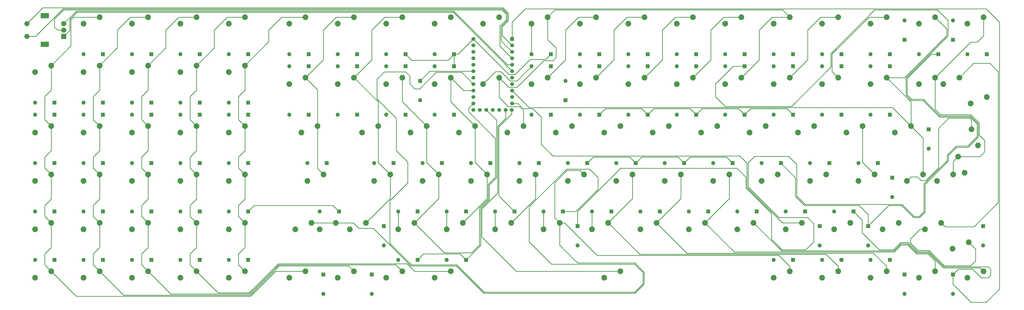
<source format=gbl>
G04 #@! TF.GenerationSoftware,KiCad,Pcbnew,(6.0.5)*
G04 #@! TF.CreationDate,2023-06-30T16:23:22+09:00*
G04 #@! TF.ProjectId,Varanidae,56617261-6e69-4646-9165-2e6b69636164,rev?*
G04 #@! TF.SameCoordinates,Original*
G04 #@! TF.FileFunction,Copper,L2,Bot*
G04 #@! TF.FilePolarity,Positive*
%FSLAX46Y46*%
G04 Gerber Fmt 4.6, Leading zero omitted, Abs format (unit mm)*
G04 Created by KiCad (PCBNEW (6.0.5)) date 2023-06-30 16:23:22*
%MOMM*%
%LPD*%
G01*
G04 APERTURE LIST*
G04 #@! TA.AperFunction,ComponentPad*
%ADD10R,1.600000X1.600000*%
G04 #@! TD*
G04 #@! TA.AperFunction,ComponentPad*
%ADD11O,1.600000X1.600000*%
G04 #@! TD*
G04 #@! TA.AperFunction,ComponentPad*
%ADD12R,2.000000X2.000000*%
G04 #@! TD*
G04 #@! TA.AperFunction,ComponentPad*
%ADD13C,2.000000*%
G04 #@! TD*
G04 #@! TA.AperFunction,ComponentPad*
%ADD14R,3.200000X2.000000*%
G04 #@! TD*
G04 #@! TA.AperFunction,ComponentPad*
%ADD15C,2.250000*%
G04 #@! TD*
G04 #@! TA.AperFunction,ComponentPad*
%ADD16R,1.525000X1.525000*%
G04 #@! TD*
G04 #@! TA.AperFunction,ComponentPad*
%ADD17C,1.525000*%
G04 #@! TD*
G04 #@! TA.AperFunction,Conductor*
%ADD18C,0.250000*%
G04 #@! TD*
G04 APERTURE END LIST*
D10*
X130466500Y-131831500D03*
D11*
X122846500Y-131831500D03*
D10*
X301916500Y-108019000D03*
D11*
X294296500Y-108019000D03*
D10*
X211429000Y-169931500D03*
D11*
X203809000Y-169931500D03*
D10*
X106654000Y-150881500D03*
D11*
X99034000Y-150881500D03*
D10*
X106654000Y-127069000D03*
D11*
X99034000Y-127069000D03*
D10*
X374306500Y-137546500D03*
D11*
X374306500Y-145166500D03*
D10*
X320966500Y-112781500D03*
D11*
X313346500Y-112781500D03*
D10*
X187616500Y-108019000D03*
D11*
X179996500Y-108019000D03*
D10*
X383831500Y-194696500D03*
D11*
X383831500Y-202316500D03*
D10*
X192379000Y-188981500D03*
D11*
X184759000Y-188981500D03*
D10*
X68554000Y-127069000D03*
D11*
X60934000Y-127069000D03*
D10*
X68554000Y-108019000D03*
D11*
X60934000Y-108019000D03*
D10*
X149516500Y-131831500D03*
D11*
X141896500Y-131831500D03*
D10*
X163804000Y-150881500D03*
D11*
X156184000Y-150881500D03*
D10*
X378116500Y-108019000D03*
D11*
X370496500Y-108019000D03*
D10*
X130466500Y-112781500D03*
D11*
X122846500Y-112781500D03*
D10*
X359066500Y-188981500D03*
D11*
X351446500Y-188981500D03*
D10*
X360019000Y-156596500D03*
D11*
X360019000Y-164216500D03*
D10*
X49504000Y-108019000D03*
D11*
X41884000Y-108019000D03*
D10*
X187616500Y-131831500D03*
D11*
X179996500Y-131831500D03*
D10*
X225716500Y-131831500D03*
D11*
X218096500Y-131831500D03*
D10*
X268579000Y-169931500D03*
D11*
X260959000Y-169931500D03*
D10*
X287629000Y-169931500D03*
D11*
X280009000Y-169931500D03*
D10*
X87604000Y-188981500D03*
D11*
X79984000Y-188981500D03*
D10*
X297154000Y-150881500D03*
D11*
X289534000Y-150881500D03*
D10*
X49504000Y-169931500D03*
D11*
X41884000Y-169931500D03*
D10*
X173329000Y-188981500D03*
D11*
X165709000Y-188981500D03*
D10*
X159994000Y-175646500D03*
D11*
X159994000Y-183266500D03*
D10*
X68554000Y-169931500D03*
D11*
X60934000Y-169931500D03*
D10*
X344779000Y-169931500D03*
D11*
X337159000Y-169931500D03*
D12*
X34144000Y-100994000D03*
D13*
X34144000Y-95994000D03*
X34144000Y-98494000D03*
D14*
X26644000Y-104094000D03*
X26644000Y-92894000D03*
D13*
X19644000Y-95994000D03*
X19644000Y-100994000D03*
D10*
X301916500Y-112781500D03*
D11*
X294296500Y-112781500D03*
D10*
X320966500Y-108019000D03*
D11*
X313346500Y-108019000D03*
D10*
X316204000Y-150881500D03*
D11*
X308584000Y-150881500D03*
D10*
X259054000Y-150881500D03*
D11*
X251434000Y-150881500D03*
D10*
X340016500Y-188981500D03*
D11*
X332396500Y-188981500D03*
D10*
X282866500Y-112781500D03*
D11*
X275246500Y-112781500D03*
D10*
X168566500Y-108019000D03*
D11*
X160946500Y-108019000D03*
D10*
X87604000Y-108019000D03*
D11*
X79984000Y-108019000D03*
D10*
X359066500Y-131831500D03*
D11*
X351446500Y-131831500D03*
D10*
X249529000Y-169931500D03*
D11*
X241909000Y-169931500D03*
D10*
X106654000Y-169931500D03*
D11*
X99034000Y-169931500D03*
D10*
X130466500Y-108019000D03*
D11*
X122846500Y-108019000D03*
D10*
X331444000Y-175646500D03*
D11*
X331444000Y-183266500D03*
D10*
X364781500Y-194696500D03*
D11*
X364781500Y-202316500D03*
D10*
X320966500Y-131831500D03*
D11*
X313346500Y-131831500D03*
D10*
X359066500Y-112781500D03*
D11*
X351446500Y-112781500D03*
D10*
X225716500Y-112781500D03*
D11*
X218096500Y-112781500D03*
D10*
X137610250Y-150881500D03*
D11*
X129990250Y-150881500D03*
D10*
X106654000Y-131831500D03*
D11*
X99034000Y-131831500D03*
D10*
X350494000Y-175646500D03*
D11*
X350494000Y-183266500D03*
D10*
X192379000Y-169931500D03*
D11*
X184759000Y-169931500D03*
D10*
X354304000Y-150881500D03*
D11*
X346684000Y-150881500D03*
D10*
X68554000Y-131831500D03*
D11*
X60934000Y-131831500D03*
D10*
X173329000Y-169931500D03*
D11*
X165709000Y-169931500D03*
D10*
X30454000Y-150881500D03*
D11*
X22834000Y-150881500D03*
D10*
X49504000Y-150881500D03*
D11*
X41884000Y-150881500D03*
D10*
X220954000Y-150881500D03*
D11*
X213334000Y-150881500D03*
D10*
X87604000Y-131831500D03*
D11*
X79984000Y-131831500D03*
D10*
X187616500Y-112781500D03*
D11*
X179996500Y-112781500D03*
D10*
X263816500Y-131831500D03*
D11*
X256196500Y-131831500D03*
D10*
X395737750Y-175646500D03*
D11*
X395737750Y-183266500D03*
D10*
X68554000Y-150881500D03*
D11*
X60934000Y-150881500D03*
D10*
X68554000Y-188981500D03*
D11*
X60934000Y-188981500D03*
D10*
X149516500Y-112781500D03*
D11*
X141896500Y-112781500D03*
D10*
X155231500Y-194696500D03*
D11*
X155231500Y-202316500D03*
D10*
X263816500Y-108019000D03*
D11*
X256196500Y-108019000D03*
D10*
X340016500Y-131831500D03*
D11*
X332396500Y-131831500D03*
D10*
X335254000Y-150881500D03*
D11*
X327634000Y-150881500D03*
D10*
X320966500Y-188981500D03*
D11*
X313346500Y-188981500D03*
D10*
X49504000Y-131831500D03*
D11*
X41884000Y-131831500D03*
D10*
X244766500Y-108019000D03*
D11*
X237146500Y-108019000D03*
D10*
X282866500Y-108019000D03*
D11*
X275246500Y-108019000D03*
D10*
X174281500Y-118496500D03*
D11*
X174281500Y-126116500D03*
D10*
X30454000Y-131831500D03*
D11*
X22834000Y-131831500D03*
D10*
X149516500Y-108019000D03*
D11*
X141896500Y-108019000D03*
D10*
X278104000Y-150881500D03*
D11*
X270484000Y-150881500D03*
D10*
X136181500Y-194696500D03*
D11*
X136181500Y-202316500D03*
D10*
X282866500Y-131831500D03*
D11*
X275246500Y-131831500D03*
D10*
X364781500Y-102304000D03*
D11*
X364781500Y-94684000D03*
D10*
X87604000Y-127069000D03*
D11*
X79984000Y-127069000D03*
D10*
X30454000Y-169931500D03*
D11*
X22834000Y-169931500D03*
D10*
X49504000Y-127069000D03*
D11*
X41884000Y-127069000D03*
D10*
X230479000Y-169931500D03*
D11*
X222859000Y-169931500D03*
D10*
X106654000Y-188981500D03*
D11*
X99034000Y-188981500D03*
D10*
X397166500Y-108019000D03*
D11*
X389546500Y-108019000D03*
D10*
X201904000Y-150881500D03*
D11*
X194284000Y-150881500D03*
D10*
X263816500Y-112781500D03*
D11*
X256196500Y-112781500D03*
D10*
X168566500Y-112781500D03*
D11*
X160946500Y-112781500D03*
D10*
X383831500Y-102304000D03*
D11*
X383831500Y-94684000D03*
D10*
X240004000Y-150881500D03*
D11*
X232384000Y-150881500D03*
D10*
X168566500Y-131831500D03*
D11*
X160946500Y-131831500D03*
D10*
X244766500Y-112781500D03*
D11*
X237146500Y-112781500D03*
D10*
X359066500Y-108019000D03*
D11*
X351446500Y-108019000D03*
D10*
X231431500Y-126116500D03*
D11*
X231431500Y-118496500D03*
D10*
X30454000Y-188981500D03*
D11*
X22834000Y-188981500D03*
D10*
X340016500Y-108019000D03*
D11*
X332396500Y-108019000D03*
D10*
X340016500Y-112781500D03*
D11*
X332396500Y-112781500D03*
D10*
X142372750Y-169931500D03*
D11*
X134752750Y-169931500D03*
D10*
X225716500Y-108019000D03*
D11*
X218096500Y-108019000D03*
D10*
X87604000Y-150881500D03*
D11*
X79984000Y-150881500D03*
D10*
X49504000Y-188981500D03*
D11*
X41884000Y-188981500D03*
D10*
X325729000Y-169931500D03*
D11*
X318109000Y-169931500D03*
D10*
X306679000Y-169931500D03*
D11*
X299059000Y-169931500D03*
D10*
X182854000Y-150881500D03*
D11*
X175234000Y-150881500D03*
D10*
X106654000Y-108019000D03*
D11*
X99034000Y-108019000D03*
D10*
X30454000Y-127069000D03*
D11*
X22834000Y-127069000D03*
D10*
X301916500Y-131831500D03*
D11*
X294296500Y-131831500D03*
D10*
X236194000Y-175646500D03*
D11*
X236194000Y-183266500D03*
D10*
X87604000Y-169931500D03*
D11*
X79984000Y-169931500D03*
D10*
X244766500Y-131831500D03*
D11*
X237146500Y-131831500D03*
D15*
X48234000Y-155326500D03*
X41884000Y-157866500D03*
X67284000Y-136276500D03*
X60934000Y-138816500D03*
X319696500Y-117226500D03*
X313346500Y-119766500D03*
X233971500Y-136276500D03*
X227621500Y-138816500D03*
X67284000Y-155326500D03*
X60934000Y-157866500D03*
X229209000Y-174376500D03*
X222859000Y-176916500D03*
X362559000Y-174376500D03*
X356209000Y-176916500D03*
X86334000Y-93414000D03*
X79984000Y-95954000D03*
X86334000Y-193426500D03*
X79984000Y-195966500D03*
X348271500Y-136276500D03*
X341921500Y-138816500D03*
X383672750Y-184536500D03*
X390022750Y-181996500D03*
X367321500Y-136276500D03*
X360971500Y-138816500D03*
X200634000Y-155326500D03*
X194284000Y-157866500D03*
X319696500Y-193426500D03*
X313346500Y-195966500D03*
X224446500Y-117226500D03*
X218096500Y-119766500D03*
X300646500Y-93414000D03*
X294296500Y-95954000D03*
X186346500Y-193426500D03*
X179996500Y-195966500D03*
X376846500Y-117226500D03*
X370496500Y-119766500D03*
X214921500Y-136276500D03*
X208571500Y-138816500D03*
X276834000Y-155326500D03*
X270484000Y-157866500D03*
X372084000Y-155326500D03*
X365734000Y-157866500D03*
X338746500Y-193426500D03*
X332396500Y-195966500D03*
X390816500Y-127386500D03*
X397166500Y-124846500D03*
X395896500Y-93414000D03*
X389546500Y-95954000D03*
X105384000Y-93414000D03*
X99034000Y-95954000D03*
X262546500Y-117226500D03*
X256196500Y-119766500D03*
X29184000Y-155326500D03*
X22834000Y-157866500D03*
X186346500Y-93414000D03*
X179996500Y-95954000D03*
X219684000Y-155326500D03*
X213334000Y-157866500D03*
X148246500Y-93414000D03*
X141896500Y-95954000D03*
X67284000Y-193426500D03*
X60934000Y-195966500D03*
X286359000Y-174376500D03*
X280009000Y-176916500D03*
X105384000Y-112464000D03*
X99034000Y-115004000D03*
X195871500Y-136276500D03*
X189521500Y-138816500D03*
X376846500Y-93414000D03*
X370496500Y-95954000D03*
X67284000Y-174376500D03*
X60934000Y-176916500D03*
D16*
X210502500Y-101988875D03*
D17*
X210502500Y-104528875D03*
X210502500Y-107068875D03*
X210502500Y-109608875D03*
X210502500Y-112148875D03*
X210502500Y-114688875D03*
X210502500Y-117228875D03*
X210502500Y-119768875D03*
X210502500Y-122308875D03*
X210502500Y-124848875D03*
X210502500Y-127388875D03*
X210273900Y-129928875D03*
X195262500Y-129928875D03*
X195262500Y-127388875D03*
X195262500Y-124848875D03*
X195262500Y-122308875D03*
X195262500Y-119768875D03*
X195262500Y-117228875D03*
X195262500Y-114688875D03*
X195262500Y-112148875D03*
X195262500Y-109608875D03*
X195262500Y-107068875D03*
X195262500Y-104528875D03*
X195262500Y-101988875D03*
X207962500Y-129928875D03*
X205422500Y-129928875D03*
X202882500Y-129928875D03*
X200342500Y-129928875D03*
X197802500Y-129928875D03*
D15*
X253021500Y-193426500D03*
X246671500Y-195966500D03*
X395896500Y-193426500D03*
X389546500Y-195966500D03*
X281596500Y-93414000D03*
X275246500Y-95954000D03*
X257784000Y-155326500D03*
X251434000Y-157866500D03*
X300646500Y-117226500D03*
X294296500Y-119766500D03*
X167296500Y-193426500D03*
X160946500Y-195966500D03*
X333984000Y-155326500D03*
X327634000Y-157866500D03*
X253021500Y-136276500D03*
X246671500Y-138816500D03*
X157771500Y-136276500D03*
X151421500Y-138816500D03*
X338746500Y-93414000D03*
X332396500Y-95954000D03*
X379227750Y-174376500D03*
X372877750Y-176916500D03*
X105384000Y-174376500D03*
X99034000Y-176916500D03*
X48234000Y-174376500D03*
X41884000Y-176916500D03*
X136340250Y-155326500D03*
X129990250Y-157866500D03*
X129196500Y-117226500D03*
X122846500Y-119766500D03*
X105384000Y-193426500D03*
X99034000Y-195966500D03*
X186346500Y-117226500D03*
X179996500Y-119766500D03*
X29184000Y-136276500D03*
X22834000Y-138816500D03*
X48234000Y-193426500D03*
X41884000Y-195966500D03*
X243496500Y-93414000D03*
X237146500Y-95954000D03*
X131577750Y-174376500D03*
X125227750Y-176916500D03*
X148246500Y-193426500D03*
X141896500Y-195966500D03*
X343509000Y-174376500D03*
X337159000Y-176916500D03*
X29184000Y-112464000D03*
X22834000Y-115004000D03*
X353034000Y-155326500D03*
X346684000Y-157866500D03*
X281596500Y-117226500D03*
X275246500Y-119766500D03*
X148246500Y-117226500D03*
X141896500Y-119766500D03*
X295884000Y-155326500D03*
X289534000Y-157866500D03*
X305409000Y-174376500D03*
X299059000Y-176916500D03*
X324459000Y-174376500D03*
X318109000Y-176916500D03*
X386371500Y-117226500D03*
X380021500Y-119766500D03*
X67284000Y-93414000D03*
X60934000Y-95954000D03*
X210159000Y-174376500D03*
X203809000Y-176916500D03*
X176821500Y-136276500D03*
X170471500Y-138816500D03*
X224446500Y-93414000D03*
X218096500Y-95954000D03*
X129196500Y-93414000D03*
X122846500Y-95954000D03*
X153009000Y-174376500D03*
X146659000Y-176916500D03*
X48234000Y-136276500D03*
X41884000Y-138816500D03*
X105384000Y-155326500D03*
X99034000Y-157866500D03*
X319696500Y-93414000D03*
X313346500Y-95954000D03*
X383990250Y-155326500D03*
X377640250Y-157866500D03*
X376846500Y-193426500D03*
X370496500Y-195966500D03*
X385895250Y-148341500D03*
X388435250Y-154691500D03*
X67284000Y-112464000D03*
X60934000Y-115004000D03*
X29184000Y-174376500D03*
X22834000Y-176916500D03*
X262546500Y-93414000D03*
X256196500Y-95954000D03*
X133959000Y-136276500D03*
X127609000Y-138816500D03*
X167296500Y-93414000D03*
X160946500Y-95954000D03*
X48234000Y-93414000D03*
X41884000Y-95954000D03*
X86334000Y-174376500D03*
X79984000Y-176916500D03*
X105384000Y-136276500D03*
X99034000Y-138816500D03*
X248259000Y-174376500D03*
X241909000Y-176916500D03*
X357796500Y-93414000D03*
X351446500Y-95954000D03*
X357796500Y-193426500D03*
X351446500Y-195966500D03*
X272071500Y-136276500D03*
X265721500Y-138816500D03*
X86334000Y-112464000D03*
X79984000Y-115004000D03*
X141102750Y-174376500D03*
X134752750Y-176916500D03*
X162534000Y-155326500D03*
X156184000Y-157866500D03*
X291121500Y-136276500D03*
X284771500Y-138816500D03*
X393674000Y-143896500D03*
X391134000Y-137546500D03*
X310171500Y-136276500D03*
X303821500Y-138816500D03*
X238734000Y-155326500D03*
X232384000Y-157866500D03*
X167296500Y-117226500D03*
X160946500Y-119766500D03*
X86334000Y-155326500D03*
X79984000Y-157866500D03*
X357796500Y-117226500D03*
X351446500Y-119766500D03*
X243496500Y-117226500D03*
X237146500Y-119766500D03*
X48234000Y-112464000D03*
X41884000Y-115004000D03*
X129196500Y-193426500D03*
X122846500Y-195966500D03*
X191109000Y-174376500D03*
X184759000Y-176916500D03*
X338746500Y-117226500D03*
X332396500Y-119766500D03*
X267309000Y-174376500D03*
X260959000Y-176916500D03*
X205396500Y-117226500D03*
X199046500Y-119766500D03*
X205396500Y-93414000D03*
X199046500Y-95954000D03*
X314934000Y-155326500D03*
X308584000Y-157866500D03*
X172059000Y-174376500D03*
X165709000Y-176916500D03*
X329221500Y-136276500D03*
X322871500Y-138816500D03*
X86334000Y-136276500D03*
X79984000Y-138816500D03*
X181584000Y-155326500D03*
X175234000Y-157866500D03*
X29184000Y-193426500D03*
X22834000Y-195966500D03*
D18*
X217594411Y-110064480D02*
X211694891Y-115964000D01*
X170947750Y-110400250D02*
X168566500Y-108019000D01*
X209237625Y-115964000D02*
X211694891Y-115964000D01*
X195262500Y-101988875D02*
X209237625Y-115964000D01*
X187616500Y-108019000D02*
X185235250Y-110400250D01*
X189232375Y-108019000D02*
X195262500Y-101988875D01*
X187616500Y-112781500D02*
X187616500Y-108019000D01*
X223671020Y-110064480D02*
X217594411Y-110064480D01*
X185235250Y-110400250D02*
X170947750Y-110400250D01*
X225716500Y-108019000D02*
X223671020Y-110064480D01*
X187616500Y-108019000D02*
X189232375Y-108019000D01*
X218096500Y-95954000D02*
X218096500Y-108019000D01*
X280485250Y-129450250D02*
X266197750Y-129450250D01*
X282866500Y-131831500D02*
X280485250Y-129450250D01*
X285247750Y-129450250D02*
X282866500Y-131831500D01*
X247147750Y-129450250D02*
X244766500Y-131831500D01*
X304297750Y-129450250D02*
X301916500Y-131831500D01*
X318585250Y-129450250D02*
X304297750Y-129450250D01*
X301916500Y-131831500D02*
X299535250Y-129450250D01*
X261435250Y-129450250D02*
X247147750Y-129450250D01*
X263816500Y-131831500D02*
X261435250Y-129450250D01*
X266197750Y-129450250D02*
X263816500Y-131831500D01*
X299535250Y-129450250D02*
X285247750Y-129450250D01*
X320966500Y-131831500D02*
X318585250Y-129450250D01*
X195262500Y-114688875D02*
X178089125Y-114688875D01*
X178089125Y-114688875D02*
X174281500Y-118496500D01*
X206065135Y-114865135D02*
X209694000Y-118494000D01*
X212384000Y-118494000D02*
X218096500Y-112781500D01*
X209694000Y-118494000D02*
X212384000Y-118494000D01*
X199046500Y-119766500D02*
X203947865Y-114865135D01*
X203947865Y-114865135D02*
X206065135Y-114865135D01*
X305811105Y-148202719D02*
X319240831Y-148202719D01*
X372080383Y-126176101D02*
X367381819Y-126176101D01*
X325939843Y-184960105D02*
X329062750Y-181837198D01*
X312484000Y-180815782D02*
X316628323Y-184960105D01*
X322369264Y-151331152D02*
X322369264Y-163792342D01*
X315411154Y-172312936D02*
X303318520Y-160220302D01*
X368539572Y-171863230D02*
X370548427Y-171863230D01*
X302419480Y-156385105D02*
X302419480Y-160592697D01*
X381596938Y-149931062D02*
X381596938Y-147718864D01*
X329062750Y-174694000D02*
X326681686Y-172312936D01*
X325677652Y-167100730D02*
X363777072Y-167100730D01*
X365377666Y-117340334D02*
X381900664Y-100817336D01*
X370548427Y-171863230D02*
X372424480Y-169987177D01*
X201533040Y-159402073D02*
X204338710Y-156596403D01*
X189997750Y-186600250D02*
X192379000Y-188981500D01*
X303318520Y-160220302D02*
X303318520Y-150695304D01*
X352980637Y-90609145D02*
X377773891Y-90609145D01*
X290524000Y-124794000D02*
X294281210Y-128551210D01*
X303318520Y-150695304D02*
X305811105Y-148202719D01*
X204338710Y-156596403D02*
X204338710Y-133925085D01*
X173329000Y-188981500D02*
X175710250Y-186600250D01*
X312484000Y-170657218D02*
X312484000Y-180815782D01*
X372424480Y-159103520D02*
X381596938Y-149931062D01*
X175710250Y-186600250D02*
X189997750Y-186600250D01*
X198094000Y-183266500D02*
X198094000Y-168662936D01*
X381596938Y-147718864D02*
X385134488Y-144181315D01*
X381900664Y-94735918D02*
X377773891Y-90609145D01*
X236194000Y-175646500D02*
X236194000Y-169814000D01*
X316628323Y-184960105D02*
X325939843Y-184960105D01*
X335874000Y-107715782D02*
X352980637Y-90609145D01*
X365377666Y-124171948D02*
X365377666Y-117340334D01*
X372424480Y-169987177D02*
X372424480Y-159103520D01*
X201533040Y-165223896D02*
X201533040Y-159402073D01*
X204338710Y-133925085D02*
X200342500Y-129928875D01*
X335874000Y-113024000D02*
X335874000Y-107715782D01*
X320346790Y-128551210D02*
X335874000Y-113024000D01*
X381900664Y-100817336D02*
X381900664Y-94735918D01*
X253164000Y-152844000D02*
X298878375Y-152844000D01*
X393314000Y-140466657D02*
X393314000Y-135441686D01*
X294281210Y-128551210D02*
X320346790Y-128551210D01*
X363777072Y-167100730D02*
X368539572Y-171863230D01*
X301916500Y-112781500D02*
X297406500Y-112781500D01*
X192379000Y-188981500D02*
X198094000Y-183266500D01*
X367381819Y-126176101D02*
X365377666Y-124171948D01*
X319240831Y-148202719D02*
X322369264Y-151331152D01*
X297406500Y-112781500D02*
X290524000Y-119664000D01*
X390620157Y-132747843D02*
X378652125Y-132747843D01*
X385134488Y-144181315D02*
X389599342Y-144181315D01*
X198094000Y-168662936D02*
X201533040Y-165223896D01*
X298878375Y-152844000D02*
X302419480Y-156385105D01*
X236194000Y-169814000D02*
X253164000Y-152844000D01*
X329062750Y-181837198D02*
X329062750Y-174694000D01*
X290524000Y-119664000D02*
X290524000Y-124794000D01*
X326681686Y-172312936D02*
X315411154Y-172312936D01*
X378652125Y-132747843D02*
X372080383Y-126176101D01*
X393314000Y-135441686D02*
X390620157Y-132747843D01*
X322369264Y-163792342D02*
X325677652Y-167100730D01*
X302419480Y-160592697D02*
X312484000Y-170657218D01*
X389599342Y-144181315D02*
X393314000Y-140466657D01*
X382046458Y-150117260D02*
X382046458Y-147905062D01*
X325491454Y-167550250D02*
X346922125Y-167550250D01*
X372874000Y-170173375D02*
X372874000Y-159289718D01*
X350494000Y-175587979D02*
X358531729Y-167550250D01*
X390789052Y-132281020D02*
X378821020Y-132281020D01*
X372266580Y-125726581D02*
X367568017Y-125726581D01*
X316204000Y-150881500D02*
X321919744Y-156597244D01*
X294772750Y-148500250D02*
X280485250Y-148500250D01*
X393763520Y-135255489D02*
X390789052Y-132281020D01*
X297154000Y-150881500D02*
X294772750Y-148500250D01*
X275722750Y-148500250D02*
X261435250Y-148500250D01*
X385320685Y-144630835D02*
X389785540Y-144630835D01*
X389785540Y-144630835D02*
X393763520Y-140652856D01*
X365827186Y-117526533D02*
X375334718Y-108019000D01*
X261435250Y-148500250D02*
X259054000Y-150881500D01*
X346922125Y-167550250D02*
X350494000Y-171122125D01*
X370734625Y-172312750D02*
X372874000Y-170173375D01*
X378821020Y-132281020D02*
X372266580Y-125726581D01*
X256672750Y-148500250D02*
X242385250Y-148500250D01*
X242385250Y-148500250D02*
X240004000Y-150881500D01*
X367568017Y-125726581D02*
X365827186Y-123985750D01*
X365827186Y-123985750D02*
X365827186Y-117526533D01*
X321919744Y-163978540D02*
X325491454Y-167550250D01*
X375334718Y-108019000D02*
X378116500Y-108019000D01*
X372874000Y-159289718D02*
X382046458Y-150117260D01*
X259054000Y-150881500D02*
X256672750Y-148500250D01*
X393763520Y-140652856D02*
X393763520Y-135255489D01*
X321919744Y-156597244D02*
X321919744Y-163978540D01*
X363590875Y-167550250D02*
X368353375Y-172312750D01*
X368353375Y-172312750D02*
X370734625Y-172312750D01*
X278104000Y-150881500D02*
X275722750Y-148500250D01*
X280485250Y-148500250D02*
X278104000Y-150881500D01*
X382046458Y-147905062D02*
X385320685Y-144630835D01*
X358531729Y-167550250D02*
X363590875Y-167550250D01*
X350494000Y-171122125D02*
X350494000Y-175646500D01*
X188755197Y-190913230D02*
X170895823Y-190913230D01*
X217144000Y-181837750D02*
X225927895Y-190621645D01*
X168554000Y-114924000D02*
X160254000Y-114924000D01*
X160254000Y-114924000D02*
X157315423Y-117862577D01*
X244231267Y-156537516D02*
X240956501Y-153262750D01*
X261938230Y-198320302D02*
X258629677Y-201628855D01*
X190632020Y-115138395D02*
X180629605Y-115138395D01*
X230479000Y-169931500D02*
X235440782Y-169931500D01*
X157315423Y-117862577D02*
X157315423Y-125659705D01*
X258629677Y-201628855D02*
X199470823Y-201628855D01*
X157315423Y-125659705D02*
X164905677Y-133249959D01*
X217144000Y-168027218D02*
X217144000Y-181837750D01*
X169370532Y-158650686D02*
X169370532Y-150435146D01*
X195262500Y-119768875D02*
X190632020Y-115138395D01*
X170234000Y-119704000D02*
X170234000Y-116604000D01*
X164905677Y-145970291D02*
X169370532Y-150435146D01*
X172134000Y-121604000D02*
X170234000Y-119704000D01*
X174164000Y-121604000D02*
X172134000Y-121604000D01*
X170234000Y-116604000D02*
X168554000Y-114924000D01*
X261938230Y-193930198D02*
X261938230Y-198320302D01*
X164905677Y-133249959D02*
X164905677Y-145970291D01*
X180629605Y-115138395D02*
X174164000Y-121604000D01*
X240956501Y-153262750D02*
X231908468Y-153262750D01*
X170895823Y-190913230D02*
X162375250Y-182392657D01*
X162375250Y-182392657D02*
X162375250Y-165645968D01*
X199470823Y-201628855D02*
X188755197Y-190913230D01*
X231908468Y-153262750D02*
X217144000Y-168027218D01*
X244231267Y-161141015D02*
X244231267Y-156537516D01*
X162375250Y-165645968D02*
X169370532Y-158650686D01*
X235440782Y-169931500D02*
X244231267Y-161141015D01*
X225927895Y-190621645D02*
X258629677Y-190621645D01*
X258629677Y-190621645D02*
X261938230Y-193930198D01*
X383831500Y-198506500D02*
X383831500Y-194696500D01*
X374381892Y-185701210D02*
X369916396Y-185701210D01*
X383831500Y-194696500D02*
X385974625Y-192553375D01*
X397666118Y-195984000D02*
X398715250Y-194934868D01*
X348112750Y-178265875D02*
X348112750Y-173265250D01*
X380335017Y-191654335D02*
X374381892Y-185701210D01*
X360387709Y-184960105D02*
X354806980Y-184960105D01*
X210502500Y-95313299D02*
X215656174Y-90159625D01*
X348112750Y-173265250D02*
X344779000Y-169931500D01*
X363218481Y-182129335D02*
X360387709Y-184960105D01*
X369916396Y-185701210D02*
X366344519Y-182129335D01*
X390975250Y-205650250D02*
X383831500Y-198506500D01*
X398715250Y-192553612D02*
X397815973Y-191654335D01*
X354806980Y-184960105D02*
X348112750Y-178265875D01*
X210502500Y-101988875D02*
X210502500Y-95313299D01*
X398715250Y-194934868D02*
X398715250Y-192553612D01*
X366344519Y-182129335D02*
X363218481Y-182129335D01*
X391543375Y-192553375D02*
X394974000Y-195984000D01*
X385974625Y-192553375D02*
X391543375Y-192553375D01*
X394974000Y-195984000D02*
X397666118Y-195984000D01*
X397815973Y-191654335D02*
X380335017Y-191654335D01*
X396928375Y-90159625D02*
X402140395Y-95371645D01*
X402140395Y-200438230D02*
X396928375Y-205650250D01*
X396928375Y-205650250D02*
X390975250Y-205650250D01*
X402140395Y-95371645D02*
X402140395Y-200438230D01*
X215656174Y-90159625D02*
X396928375Y-90159625D01*
X365734000Y-157866500D02*
X367361042Y-156239458D01*
X371330806Y-157727743D02*
X373164539Y-157727743D01*
X391134000Y-133897404D02*
X391134000Y-137546500D01*
X369842521Y-156239458D02*
X371330806Y-157727743D01*
X382168964Y-133197363D02*
X390433959Y-133197363D01*
X367361042Y-156239458D02*
X369842521Y-156239458D01*
X373164539Y-157727743D02*
X378176917Y-152715365D01*
X390433959Y-133197363D02*
X391134000Y-133897404D01*
X378176917Y-137189410D02*
X382168964Y-133197363D01*
X378176917Y-152715365D02*
X378176917Y-137189410D01*
X205237750Y-136594000D02*
X205237750Y-163740250D01*
X109035250Y-167550250D02*
X106654000Y-169931500D01*
X210273900Y-131557850D02*
X210273900Y-129928875D01*
X205237750Y-136594000D02*
X210273900Y-131557850D01*
X139991500Y-167550250D02*
X109035250Y-167550250D01*
X205237750Y-163740250D02*
X211429000Y-169931500D01*
X142372750Y-169931500D02*
X139991500Y-167550250D01*
X165709000Y-169931500D02*
X165709000Y-176916500D01*
X184759000Y-169931500D02*
X184759000Y-176916500D01*
X203809000Y-169931500D02*
X203809000Y-176916500D01*
X222859000Y-169931500D02*
X222859000Y-176916500D01*
X241909000Y-176916500D02*
X241909000Y-169931500D01*
X372877750Y-176916500D02*
X370894440Y-176916500D01*
X380521214Y-191204815D02*
X390836680Y-191204815D01*
X390836680Y-191204815D02*
X392762110Y-189279385D01*
X367163608Y-180647332D02*
X367163608Y-182312706D01*
X370894440Y-176916500D02*
X367163608Y-180647332D01*
X370102592Y-185251690D02*
X374568089Y-185251690D01*
X392762110Y-189279385D02*
X392762110Y-184735860D01*
X392762110Y-184735860D02*
X390022750Y-181996500D01*
X367163608Y-182312706D02*
X370102592Y-185251690D01*
X374568089Y-185251690D02*
X380521214Y-191204815D01*
X107606500Y-203269000D02*
X39026500Y-203269000D01*
X36916201Y-104731799D02*
X29184000Y-112464000D01*
X26644000Y-186600250D02*
X26644000Y-190886500D01*
X26644000Y-190886500D02*
X29184000Y-193426500D01*
X26644000Y-124687750D02*
X26644000Y-133736500D01*
X29184000Y-112464000D02*
X29184000Y-122147750D01*
X26644000Y-152786500D02*
X29184000Y-155326500D01*
X26644000Y-167550250D02*
X26644000Y-171836500D01*
X29184000Y-136276500D02*
X29184000Y-145960250D01*
X48234000Y-93414000D02*
X37995436Y-93414000D01*
X29184000Y-122147750D02*
X26644000Y-124687750D01*
X29184000Y-165010250D02*
X26644000Y-167550250D01*
X29184000Y-145960250D02*
X26644000Y-148500250D01*
X319696500Y-117226500D02*
X326681500Y-110241500D01*
X326681500Y-98494000D02*
X331761500Y-93414000D01*
X37995436Y-93414000D02*
X36916201Y-94493235D01*
X36916201Y-94493235D02*
X36916201Y-104731799D01*
X39026500Y-203269000D02*
X29184000Y-193426500D01*
X26644000Y-148500250D02*
X26644000Y-152786500D01*
X26644000Y-171836500D02*
X29184000Y-174376500D01*
X26644000Y-133736500D02*
X29184000Y-136276500D01*
X29184000Y-174376500D02*
X29184000Y-184060250D01*
X29184000Y-155326500D02*
X29184000Y-165010250D01*
X117449000Y-193426500D02*
X107606500Y-203269000D01*
X129196500Y-193426500D02*
X117449000Y-193426500D01*
X29184000Y-184060250D02*
X26644000Y-186600250D01*
X326681500Y-110241500D02*
X326681500Y-98494000D01*
X331761500Y-93414000D02*
X338746500Y-93414000D01*
X348271500Y-150564000D02*
X353034000Y-155326500D01*
X357796500Y-93414000D02*
X350811500Y-93414000D01*
X45694000Y-133736500D02*
X48234000Y-136276500D01*
X48234000Y-155326500D02*
X48234000Y-165010250D01*
X48234000Y-112464000D02*
X48234000Y-122147750D01*
X48234000Y-174376500D02*
X48234000Y-184060250D01*
X67284000Y-93414000D02*
X60299000Y-93414000D01*
X55219000Y-98494000D02*
X55219000Y-105637750D01*
X48234000Y-193426500D02*
X57626980Y-202819480D01*
X336323520Y-107901980D02*
X336323520Y-114803520D01*
X45694000Y-171836500D02*
X48234000Y-174376500D01*
X45694000Y-190886500D02*
X48234000Y-193426500D01*
X107420302Y-202819480D02*
X118877032Y-191362750D01*
X55219000Y-105637750D02*
X55060250Y-105637750D01*
X48234000Y-184060250D02*
X45694000Y-186600250D01*
X48234000Y-122147750D02*
X45694000Y-124687750D01*
X48234000Y-145960250D02*
X45694000Y-148500250D01*
X45694000Y-152786500D02*
X48234000Y-155326500D01*
X45694000Y-186600250D02*
X45694000Y-190886500D01*
X348271500Y-136276500D02*
X348271500Y-150564000D01*
X48234000Y-136276500D02*
X48234000Y-145960250D01*
X146182750Y-191362750D02*
X148246500Y-193426500D01*
X350811500Y-93414000D02*
X336323520Y-107901980D01*
X60299000Y-93414000D02*
X55219000Y-98494000D01*
X48234000Y-165010250D02*
X45694000Y-167550250D01*
X45694000Y-124687750D02*
X45694000Y-133736500D01*
X118877032Y-191362750D02*
X146182750Y-191362750D01*
X45694000Y-148500250D02*
X45694000Y-152786500D01*
X55060250Y-105637750D02*
X48234000Y-112464000D01*
X45694000Y-167550250D02*
X45694000Y-171836500D01*
X57626980Y-202819480D02*
X107420302Y-202819480D01*
X336323520Y-114803520D02*
X338746500Y-117226500D01*
X67284000Y-155326500D02*
X67284000Y-165010250D01*
X217194355Y-129000730D02*
X360045730Y-129000730D01*
X367321500Y-136276500D02*
X367321500Y-126751500D01*
X67284000Y-174376500D02*
X67284000Y-184060250D01*
X86334000Y-93414000D02*
X79349000Y-93414000D01*
X67284000Y-122147750D02*
X64744000Y-124687750D01*
X364855782Y-117226500D02*
X357796500Y-117226500D01*
X381451144Y-97898686D02*
X381451144Y-100631138D01*
X64744000Y-167550250D02*
X64744000Y-171836500D01*
X64744000Y-186600250D02*
X64744000Y-190886500D01*
X64744000Y-124687750D02*
X64744000Y-133736500D01*
X74269000Y-98494000D02*
X74269000Y-105479000D01*
X67284000Y-165010250D02*
X64744000Y-167550250D01*
X360045730Y-129000730D02*
X367321500Y-136276500D01*
X79349000Y-93414000D02*
X74269000Y-98494000D01*
X381331186Y-97898686D02*
X381451144Y-97898686D01*
X107234104Y-202369960D02*
X76227460Y-202369960D01*
X67284000Y-145960250D02*
X64744000Y-148500250D01*
X64744000Y-152786500D02*
X67284000Y-155326500D01*
X164783230Y-190913230D02*
X118690835Y-190913230D01*
X372084000Y-141039000D02*
X372084000Y-155326500D01*
X67284000Y-112464000D02*
X67284000Y-122147750D01*
X74269000Y-105479000D02*
X67284000Y-112464000D01*
X118690835Y-190913230D02*
X107234104Y-202369960D01*
X64744000Y-171836500D02*
X67284000Y-174376500D01*
X67284000Y-184060250D02*
X64744000Y-186600250D01*
X64744000Y-133736500D02*
X67284000Y-136276500D01*
X367321500Y-126751500D02*
X357796500Y-117226500D01*
X64744000Y-190886500D02*
X67284000Y-193426500D01*
X67284000Y-136276500D02*
X67284000Y-145960250D01*
X64744000Y-148500250D02*
X64744000Y-152786500D01*
X167296500Y-193426500D02*
X164783230Y-190913230D01*
X381451144Y-100631138D02*
X364855782Y-117226500D01*
X210502500Y-122308875D02*
X217194355Y-129000730D01*
X367321500Y-136276500D02*
X372084000Y-141039000D01*
X76227460Y-202369960D02*
X67284000Y-193426500D01*
X376846500Y-93414000D02*
X381331186Y-97898686D01*
X376846500Y-117226500D02*
X390816500Y-103256500D01*
X86334000Y-165010250D02*
X83794000Y-167550250D01*
X93319000Y-98494000D02*
X93319000Y-105479000D01*
X316839000Y-174376500D02*
X302869000Y-160406500D01*
X172137657Y-193426500D02*
X186346500Y-193426500D01*
X86334000Y-136276500D02*
X86334000Y-145960250D01*
X83794000Y-148500250D02*
X83794000Y-152786500D01*
X86334000Y-112464000D02*
X86334000Y-122147750D01*
X302869000Y-160406500D02*
X302869000Y-150881501D01*
X379007218Y-131831500D02*
X390975250Y-131831500D01*
X218600250Y-129450250D02*
X214860250Y-129450250D01*
X376846500Y-129670782D02*
X379007218Y-131831500D01*
X221906500Y-132756500D02*
X218600250Y-129450250D01*
X83794000Y-190886500D02*
X86334000Y-193426500D01*
X212798875Y-127388875D02*
X210502500Y-127388875D01*
X107047906Y-201920440D02*
X118504638Y-190463710D01*
X169174867Y-190463710D02*
X172137657Y-193426500D01*
X383990250Y-150246500D02*
X383990250Y-155326500D01*
X395896500Y-100716500D02*
X395896500Y-93414000D01*
X86334000Y-174376500D02*
X86334000Y-184060250D01*
X86334000Y-193426500D02*
X94827940Y-201920440D01*
X94827940Y-201920440D02*
X107047906Y-201920440D01*
X376846500Y-117226500D02*
X376846500Y-129670782D01*
X83794000Y-124687750D02*
X83794000Y-133736500D01*
X86334000Y-145960250D02*
X83794000Y-148500250D01*
X396333994Y-146416777D02*
X394409271Y-148341500D01*
X394213040Y-135069292D02*
X394213040Y-139830968D01*
X83794000Y-167550250D02*
X83794000Y-171836500D01*
X324459000Y-174376500D02*
X316839000Y-174376500D01*
X396333994Y-141951922D02*
X396333994Y-146416777D01*
X93319000Y-105479000D02*
X86334000Y-112464000D01*
X221906500Y-143439715D02*
X221906500Y-132756500D01*
X394213040Y-139830968D02*
X396333994Y-141951922D01*
X390975250Y-131831500D02*
X394213040Y-135069292D01*
X86334000Y-184060250D02*
X83794000Y-186600250D01*
X118504638Y-190463710D02*
X169174867Y-190463710D01*
X394409271Y-148341500D02*
X385895250Y-148341500D01*
X83794000Y-133736500D02*
X86334000Y-136276500D01*
X300038229Y-148050730D02*
X226517515Y-148050730D01*
X86334000Y-155326500D02*
X86334000Y-165010250D01*
X302869000Y-150881501D02*
X300038229Y-148050730D01*
X214860250Y-129450250D02*
X212798875Y-127388875D01*
X83794000Y-186600250D02*
X83794000Y-190886500D01*
X86334000Y-122147750D02*
X83794000Y-124687750D01*
X226517515Y-148050730D02*
X221906500Y-143439715D01*
X98399000Y-93414000D02*
X93319000Y-98494000D01*
X385895250Y-148341500D02*
X383990250Y-150246500D01*
X105384000Y-93414000D02*
X98399000Y-93414000D01*
X393356500Y-103256500D02*
X395896500Y-100716500D01*
X83794000Y-152786500D02*
X86334000Y-155326500D01*
X83794000Y-171836500D02*
X86334000Y-174376500D01*
X390816500Y-103256500D02*
X393356500Y-103256500D01*
X102844000Y-186600250D02*
X102844000Y-190886500D01*
X102844000Y-190886500D02*
X105384000Y-193426500D01*
X129196500Y-93414000D02*
X119830250Y-93414000D01*
X102844000Y-152786500D02*
X105384000Y-155326500D01*
X105384000Y-174376500D02*
X105384000Y-184060250D01*
X105384000Y-165010250D02*
X102844000Y-167550250D01*
X392165680Y-175884820D02*
X401690875Y-166359625D01*
X119830250Y-93414000D02*
X114750250Y-98494000D01*
X105384000Y-136276500D02*
X105384000Y-145960250D01*
X105384000Y-112464000D02*
X105384000Y-122147750D01*
X102844000Y-124687750D02*
X102844000Y-133736500D01*
X105384000Y-145960250D02*
X102844000Y-148500250D01*
X198543520Y-179906020D02*
X198543520Y-168849134D01*
X212064000Y-193426500D02*
X198543520Y-179906020D01*
X102844000Y-167550250D02*
X102844000Y-171836500D01*
X398417593Y-111590908D02*
X392007092Y-111590908D01*
X105384000Y-155326500D02*
X105384000Y-165010250D01*
X401690875Y-166359625D02*
X401690875Y-114864190D01*
X198543520Y-168849134D02*
X204788230Y-162604424D01*
X207962500Y-133233532D02*
X207962500Y-129928875D01*
X379227750Y-174376500D02*
X380736070Y-175884820D01*
X102844000Y-133736500D02*
X105384000Y-136276500D01*
X114750250Y-98494000D02*
X114750250Y-103097750D01*
X392007092Y-111590908D02*
X386371500Y-117226500D01*
X105384000Y-184060250D02*
X102844000Y-186600250D01*
X253021500Y-193426500D02*
X212064000Y-193426500D01*
X114750250Y-103097750D02*
X105384000Y-112464000D01*
X401690875Y-114864190D02*
X398417593Y-111590908D01*
X102844000Y-171836500D02*
X105384000Y-174376500D01*
X105384000Y-122147750D02*
X102844000Y-124687750D01*
X102844000Y-148500250D02*
X102844000Y-152786500D01*
X204788230Y-162604424D02*
X204788230Y-136407803D01*
X380736070Y-175884820D02*
X392165680Y-175884820D01*
X204788230Y-136407803D02*
X207962500Y-133233532D01*
X227205127Y-172372627D02*
X229209000Y-174376500D01*
X237119770Y-153712270D02*
X232094666Y-153712270D01*
X232094666Y-153712270D02*
X227205127Y-158601809D01*
X231431500Y-110241500D02*
X224446500Y-117226500D01*
X319696500Y-191521500D02*
X319696500Y-193426500D01*
X231114000Y-174376500D02*
X243945205Y-187207705D01*
X199284625Y-202078375D02*
X258815875Y-202078375D01*
X133959000Y-121989000D02*
X133959000Y-136276500D01*
X148068021Y-174376500D02*
X150171655Y-176480134D01*
X148246500Y-93414000D02*
X141261500Y-93414000D01*
X150171655Y-176480134D02*
X155827009Y-176480134D01*
X236194000Y-190172125D02*
X229209000Y-183187125D01*
X131577750Y-174376500D02*
X141102750Y-174376500D01*
X170709625Y-191362750D02*
X155827009Y-176480134D01*
X141261500Y-93414000D02*
X136181500Y-98494000D01*
X258815875Y-202078375D02*
X262387750Y-198506500D01*
X238734000Y-155326500D02*
X237119770Y-153712270D01*
X133959000Y-136276500D02*
X133959000Y-152945250D01*
X315382705Y-187207705D02*
X319696500Y-191521500D01*
X188569000Y-191362750D02*
X199284625Y-202078375D01*
X227205127Y-158601809D02*
X227205127Y-172372627D01*
X236511500Y-93414000D02*
X231431500Y-98494000D01*
X136181500Y-110241500D02*
X129196500Y-117226500D01*
X243496500Y-93414000D02*
X236511500Y-93414000D01*
X136181500Y-98494000D02*
X136181500Y-110241500D01*
X262387750Y-198506500D02*
X262387750Y-193744000D01*
X258815875Y-190172125D02*
X236194000Y-190172125D01*
X129196500Y-117226500D02*
X133959000Y-121989000D01*
X262387750Y-193744000D02*
X258815875Y-190172125D01*
X229209000Y-174376500D02*
X231114000Y-174376500D01*
X133959000Y-152945250D02*
X136340250Y-155326500D01*
X231431500Y-98494000D02*
X231431500Y-110241500D01*
X170709625Y-191362750D02*
X188569000Y-191362750D01*
X229209000Y-183187125D02*
X229209000Y-174376500D01*
X141102750Y-174376500D02*
X148068021Y-174376500D01*
X243945205Y-187207705D02*
X315382705Y-187207705D01*
X162534000Y-164851500D02*
X162534000Y-155326500D01*
X157771500Y-126751500D02*
X148246500Y-117226500D01*
X260640685Y-186758185D02*
X333983185Y-186758185D01*
X167296500Y-93414000D02*
X160311500Y-93414000D01*
X250481500Y-110241500D02*
X243496500Y-117226500D01*
X155231500Y-110241500D02*
X148246500Y-117226500D01*
X157771500Y-150564000D02*
X162534000Y-155326500D01*
X160311500Y-93414000D02*
X155231500Y-98494000D01*
X157771500Y-136276500D02*
X157771500Y-126751500D01*
X262546500Y-93414000D02*
X255561500Y-93414000D01*
X257784000Y-155326500D02*
X257784000Y-164851500D01*
X255561500Y-93414000D02*
X250481500Y-98494000D01*
X153009000Y-174376500D02*
X162534000Y-164851500D01*
X333983185Y-186758185D02*
X338746500Y-191521500D01*
X257784000Y-164851500D02*
X248259000Y-174376500D01*
X250481500Y-98494000D02*
X250481500Y-110241500D01*
X155231500Y-98494000D02*
X155231500Y-110241500D01*
X157771500Y-136276500D02*
X157771500Y-150564000D01*
X338746500Y-191521500D02*
X338746500Y-193426500D01*
X248259000Y-174376500D02*
X260640685Y-186758185D01*
X276834000Y-164851500D02*
X267309000Y-174376500D01*
X181584000Y-164851500D02*
X181584000Y-155326500D01*
X201083520Y-165037698D02*
X201083520Y-159215875D01*
X203889190Y-156410205D02*
X203889190Y-141198565D01*
X181584000Y-155326500D02*
X176821500Y-150564000D01*
X167296500Y-126751500D02*
X176821500Y-136276500D01*
X193331500Y-129319875D02*
X195262500Y-127388875D01*
X276834000Y-155326500D02*
X276834000Y-164851500D01*
X269531500Y-110241500D02*
X262546500Y-117226500D01*
X197644480Y-183080302D02*
X197644480Y-168476738D01*
X194574052Y-186150730D02*
X197644480Y-183080302D01*
X281596500Y-93414000D02*
X274611500Y-93414000D01*
X176821500Y-150564000D02*
X176821500Y-136276500D01*
X269531500Y-98494000D02*
X269531500Y-110241500D01*
X279241165Y-186308665D02*
X352583665Y-186308665D01*
X274611500Y-93414000D02*
X269531500Y-98494000D01*
X352583665Y-186308665D02*
X357796500Y-191521500D01*
X203889190Y-141198565D02*
X193331500Y-130640875D01*
X172059000Y-174376500D02*
X183833230Y-186150730D01*
X193331500Y-130640875D02*
X193331500Y-129319875D01*
X267309000Y-174376500D02*
X279241165Y-186308665D01*
X197644480Y-168476738D02*
X201083520Y-165037698D01*
X172059000Y-174376500D02*
X181584000Y-164851500D01*
X201083520Y-159215875D02*
X203889190Y-156410205D01*
X183833230Y-186150730D02*
X194574052Y-186150730D01*
X357796500Y-191521500D02*
X357796500Y-193426500D01*
X167296500Y-117226500D02*
X167296500Y-126751500D01*
X363590875Y-183028375D02*
X365972125Y-183028375D01*
X360760105Y-185859145D02*
X363590875Y-183028375D01*
X293661500Y-93414000D02*
X288581500Y-98494000D01*
X295884000Y-164851500D02*
X286359000Y-174376500D01*
X300646500Y-93414000D02*
X293661500Y-93414000D01*
X200634000Y-164851500D02*
X191109000Y-174376500D01*
X369544000Y-186600250D02*
X374009497Y-186600250D01*
X186346500Y-126751500D02*
X195871500Y-136276500D01*
X195871500Y-150564000D02*
X200634000Y-155326500D01*
X297841645Y-185859145D02*
X360760105Y-185859145D01*
X295884000Y-155326500D02*
X295884000Y-164851500D01*
X186346500Y-117226500D02*
X186346500Y-126751500D01*
X286359000Y-174376500D02*
X297841645Y-185859145D01*
X376846500Y-189437253D02*
X376846500Y-193426500D01*
X195871500Y-136276500D02*
X195871500Y-150564000D01*
X288581500Y-98494000D02*
X288581500Y-110241500D01*
X200634000Y-155326500D02*
X200634000Y-164851500D01*
X195262500Y-122308875D02*
X191428875Y-122308875D01*
X365972125Y-183028375D02*
X369544000Y-186600250D01*
X374009497Y-186600250D02*
X376846500Y-189437253D01*
X288581500Y-110241500D02*
X281596500Y-117226500D01*
X191428875Y-122308875D02*
X186346500Y-117226500D01*
X360573907Y-185409625D02*
X363404678Y-182578855D01*
X380148819Y-192103855D02*
X394573855Y-192103855D01*
X316442125Y-185409625D02*
X360573907Y-185409625D01*
X226614000Y-110514000D02*
X222924000Y-110514000D01*
X369730198Y-186150730D02*
X374195694Y-186150730D01*
X227251355Y-90609145D02*
X316891645Y-90609145D01*
X227784000Y-109344000D02*
X226614000Y-110514000D01*
X227784000Y-105561636D02*
X227784000Y-109344000D01*
X394573855Y-192103855D02*
X395896500Y-193426500D01*
X224446500Y-93414000D02*
X224446500Y-102224136D01*
X209184000Y-121014000D02*
X205396500Y-117226500D01*
X305409000Y-174376500D02*
X316442125Y-185409625D01*
X307631500Y-98494000D02*
X312711500Y-93414000D01*
X219684000Y-155326500D02*
X219684000Y-164851500D01*
X205396500Y-117226500D02*
X205396500Y-125016500D01*
X300646500Y-117226500D02*
X307631500Y-110241500D01*
X209044000Y-128664000D02*
X213438282Y-128664000D01*
X219684000Y-164851500D02*
X210159000Y-174376500D01*
X224446500Y-93414000D02*
X227251355Y-90609145D01*
X366158322Y-182578855D02*
X369730198Y-186150730D01*
X374195694Y-186150730D02*
X380148819Y-192103855D01*
X214921500Y-130147218D02*
X214921500Y-136276500D01*
X224446500Y-102224136D02*
X227784000Y-105561636D01*
X312711500Y-93414000D02*
X319696500Y-93414000D01*
X363404678Y-182578855D02*
X366158322Y-182578855D01*
X205396500Y-125016500D02*
X209044000Y-128664000D01*
X222924000Y-110514000D02*
X212424000Y-121014000D01*
X316891645Y-90609145D02*
X319696500Y-93414000D01*
X213438282Y-128664000D02*
X214921500Y-130147218D01*
X212424000Y-121014000D02*
X209184000Y-121014000D01*
X307631500Y-110241500D02*
X307631500Y-98494000D01*
X36466681Y-94307037D02*
X39265533Y-91508185D01*
X34144000Y-100994000D02*
X36466681Y-98671319D01*
X39265533Y-91508185D02*
X187321810Y-91508185D01*
X187321810Y-91508185D02*
X210502500Y-114688875D01*
X36466681Y-98671319D02*
X36466681Y-94307037D01*
X187508007Y-91058665D02*
X208598218Y-112148875D01*
X39079335Y-91058665D02*
X187508007Y-91058665D01*
X34144000Y-95994000D02*
X39079335Y-91058665D01*
X208598218Y-112148875D02*
X210502500Y-112148875D01*
X30513541Y-94124459D02*
X30513541Y-97303372D01*
X31704169Y-98494000D02*
X34144000Y-98494000D01*
X34028855Y-90609145D02*
X30513541Y-94124459D01*
X30513541Y-97303372D02*
X31704169Y-98494000D01*
X206499904Y-90609145D02*
X34028855Y-90609145D01*
X210502500Y-109608875D02*
X205681157Y-104787532D01*
X205681157Y-96820012D02*
X208062907Y-94438262D01*
X208062907Y-94438262D02*
X208062907Y-92172148D01*
X205681157Y-104787532D02*
X205681157Y-96820012D01*
X208062907Y-92172148D02*
X206499904Y-90609145D01*
X210502500Y-104528875D02*
X206580197Y-100606572D01*
X208961947Y-91799752D02*
X206872300Y-89710105D01*
X25927895Y-89710105D02*
X19644000Y-95994000D01*
X208961947Y-94810656D02*
X208961947Y-91799752D01*
X206580197Y-100606572D02*
X206580197Y-97192407D01*
X206580197Y-97192407D02*
X208961947Y-94810656D01*
X206872300Y-89710105D02*
X25927895Y-89710105D01*
X210502500Y-107068875D02*
X206130677Y-102697052D01*
X23008282Y-100994000D02*
X19644000Y-100994000D01*
X208512427Y-94624459D02*
X208512427Y-91985950D01*
X33842657Y-90159625D02*
X23008282Y-100994000D01*
X208512427Y-91985950D02*
X206686102Y-90159625D01*
X206130677Y-102697052D02*
X206130677Y-97006209D01*
X206686102Y-90159625D02*
X33842657Y-90159625D01*
X206130677Y-97006209D02*
X208512427Y-94624459D01*
M02*

</source>
